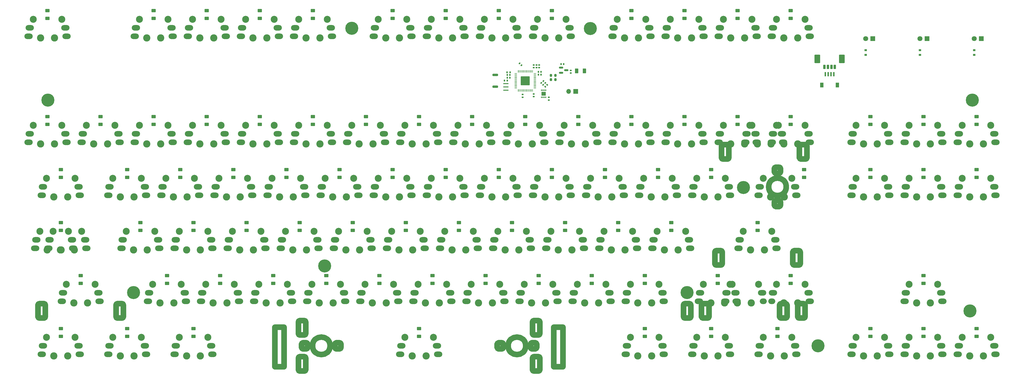
<source format=gbr>
%TF.GenerationSoftware,KiCad,Pcbnew,8.0.4*%
%TF.CreationDate,2024-08-25T19:59:21+07:00*%
%TF.ProjectId,NCR80 ALPS SKFL,4e435238-3020-4414-9c50-5320534b464c,rev?*%
%TF.SameCoordinates,Original*%
%TF.FileFunction,Soldermask,Bot*%
%TF.FilePolarity,Negative*%
%FSLAX46Y46*%
G04 Gerber Fmt 4.6, Leading zero omitted, Abs format (unit mm)*
G04 Created by KiCad (PCBNEW 8.0.4) date 2024-08-25 19:59:21*
%MOMM*%
%LPD*%
G01*
G04 APERTURE LIST*
G04 Aperture macros list*
%AMRoundRect*
0 Rectangle with rounded corners*
0 $1 Rounding radius*
0 $2 $3 $4 $5 $6 $7 $8 $9 X,Y pos of 4 corners*
0 Add a 4 corners polygon primitive as box body*
4,1,4,$2,$3,$4,$5,$6,$7,$8,$9,$2,$3,0*
0 Add four circle primitives for the rounded corners*
1,1,$1+$1,$2,$3*
1,1,$1+$1,$4,$5*
1,1,$1+$1,$6,$7*
1,1,$1+$1,$8,$9*
0 Add four rect primitives between the rounded corners*
20,1,$1+$1,$2,$3,$4,$5,0*
20,1,$1+$1,$4,$5,$6,$7,0*
20,1,$1+$1,$6,$7,$8,$9,0*
20,1,$1+$1,$8,$9,$2,$3,0*%
G04 Aperture macros list end*
%ADD10C,2.000000*%
%ADD11O,3.000000X2.000000*%
%ADD12C,2.500000*%
%ADD13C,2.600000*%
%ADD14C,4.700000*%
%ADD15R,1.800000X1.800000*%
%ADD16C,1.800000*%
%ADD17O,2.500000X2.000000*%
%ADD18RoundRect,0.140000X0.140000X0.170000X-0.140000X0.170000X-0.140000X-0.170000X0.140000X-0.170000X0*%
%ADD19RoundRect,0.240000X-0.560000X0.360000X-0.560000X-0.360000X0.560000X-0.360000X0.560000X0.360000X0*%
%ADD20R,0.950000X0.800000*%
%ADD21RoundRect,0.140000X-0.219203X-0.021213X-0.021213X-0.219203X0.219203X0.021213X0.021213X0.219203X0*%
%ADD22RoundRect,0.050000X0.050000X-0.387500X0.050000X0.387500X-0.050000X0.387500X-0.050000X-0.387500X0*%
%ADD23RoundRect,0.050000X0.387500X-0.050000X0.387500X0.050000X-0.387500X0.050000X-0.387500X-0.050000X0*%
%ADD24RoundRect,0.144000X1.456000X-1.456000X1.456000X1.456000X-1.456000X1.456000X-1.456000X-1.456000X0*%
%ADD25RoundRect,0.250000X0.375000X0.625000X-0.375000X0.625000X-0.375000X-0.625000X0.375000X-0.625000X0*%
%ADD26RoundRect,0.200000X0.800000X-0.200000X0.800000X0.200000X-0.800000X0.200000X-0.800000X-0.200000X0*%
%ADD27RoundRect,0.140000X0.170000X-0.140000X0.170000X0.140000X-0.170000X0.140000X-0.170000X-0.140000X0*%
%ADD28RoundRect,0.140000X0.219203X0.021213X0.021213X0.219203X-0.219203X-0.021213X-0.021213X-0.219203X0*%
%ADD29RoundRect,0.200000X-0.200000X-0.600000X0.200000X-0.600000X0.200000X0.600000X-0.200000X0.600000X0*%
%ADD30RoundRect,0.250001X-0.799999X-1.249999X0.799999X-1.249999X0.799999X1.249999X-0.799999X1.249999X0*%
%ADD31RoundRect,0.087500X0.087500X-0.175000X0.087500X0.175000X-0.087500X0.175000X-0.087500X-0.175000X0*%
%ADD32R,1.600000X1.400000*%
%ADD33R,1.700000X1.700000*%
%ADD34O,1.700000X1.700000*%
%ADD35RoundRect,0.140000X-0.170000X0.140000X-0.170000X-0.140000X0.170000X-0.140000X0.170000X0.140000X0*%
%ADD36RoundRect,0.150000X-0.587500X-0.150000X0.587500X-0.150000X0.587500X0.150000X-0.587500X0.150000X0*%
%ADD37RoundRect,0.135000X0.185000X-0.135000X0.185000X0.135000X-0.185000X0.135000X-0.185000X-0.135000X0*%
%ADD38RoundRect,0.140000X-0.140000X-0.170000X0.140000X-0.170000X0.140000X0.170000X-0.140000X0.170000X0*%
%ADD39RoundRect,0.135000X-0.135000X-0.185000X0.135000X-0.185000X0.135000X0.185000X-0.135000X0.185000X0*%
%ADD40RoundRect,0.200000X0.200000X0.275000X-0.200000X0.275000X-0.200000X-0.275000X0.200000X-0.275000X0*%
%ADD41R,1.200000X1.800000*%
%ADD42R,0.600000X1.550000*%
%ADD43R,1.900000X0.400000*%
%ADD44RoundRect,0.140000X-0.021213X0.219203X-0.219203X0.021213X0.021213X-0.219203X0.219203X-0.021213X0*%
G04 APERTURE END LIST*
D10*
X194075100Y-134450121D02*
X192875100Y-134450121D01*
X253746250Y-118675000D02*
G75*
G02*
X254246250Y-118174950I500050J0D01*
G01*
X282246400Y-123385000D02*
X283916250Y-123385000D01*
X249416250Y-123385000D02*
X247746300Y-123385000D01*
X110724900Y-134449705D02*
G75*
G02*
X110224895Y-133949700I0J500005D01*
G01*
X259008900Y-104335000D02*
G75*
G02*
X258508750Y-103841900I0J500200D01*
G01*
X289178750Y-103835000D02*
X289178750Y-99618029D01*
X263060000Y-61025000D02*
G75*
G02*
X263560000Y-61525000I0J-500000D01*
G01*
X43621250Y-122877900D02*
X43621250Y-118675000D01*
X109064893Y-141934700D02*
X109064893Y-137724700D01*
X190649893Y-133350121D02*
G75*
G02*
X184349893Y-133350121I-3150000J0D01*
G01*
X184349893Y-133350121D02*
G75*
G02*
X190649893Y-133350121I3150000J0D01*
G01*
X204049997Y-140883521D02*
X204049997Y-126684221D01*
X283916100Y-118175000D02*
G75*
G02*
X284416249Y-118668029I0J-500200D01*
G01*
X288890000Y-61525000D02*
G75*
G02*
X289390000Y-61025000I500000J0D01*
G01*
X258508750Y-99625000D02*
G75*
G02*
X259008750Y-99124950I500050J0D01*
G01*
X109564900Y-129474705D02*
G75*
G02*
X109064895Y-128974700I0J500005D01*
G01*
X180924900Y-134449705D02*
X182124893Y-134449705D01*
X279887084Y-81575000D02*
X279887084Y-82775000D01*
X18291250Y-122885030D02*
G75*
G02*
X17791280Y-123384950I-499950J30D01*
G01*
X46291250Y-122885000D02*
G75*
G02*
X45791250Y-123385050I-500050J0D01*
G01*
X182624893Y-133949700D02*
G75*
G02*
X182124893Y-134449693I-499993J0D01*
G01*
X259008900Y-104335000D02*
X260678750Y-104335000D01*
X16121250Y-123385000D02*
G75*
G02*
X15621300Y-122885000I50J500000D01*
G01*
X289390000Y-61025000D02*
X291060000Y-61025000D01*
X289390000Y-66235000D02*
G75*
G02*
X288890000Y-65735000I0J500000D01*
G01*
X288890000Y-65735000D02*
X288890000Y-61525000D01*
X282246400Y-123385000D02*
G75*
G02*
X281746250Y-122891900I0J500200D01*
G01*
X260890000Y-61525000D02*
X260890000Y-65735000D01*
X193065107Y-137724700D02*
G75*
G02*
X193565100Y-137224707I499993J0D01*
G01*
X291560000Y-61525000D02*
X291560000Y-65735000D01*
X17791280Y-123385000D02*
X16121250Y-123385000D01*
X290916250Y-122885000D02*
G75*
G02*
X290416250Y-123385050I-500050J0D01*
G01*
X291060000Y-61025000D02*
G75*
G02*
X291560000Y-61525000I0J-500000D01*
G01*
X180924900Y-134449705D02*
G75*
G02*
X180424895Y-133949700I0J500005D01*
G01*
X110724900Y-134449705D02*
X111924893Y-134449705D01*
X111924900Y-132249705D02*
G75*
G02*
X112424895Y-132749700I0J-499995D01*
G01*
X254246300Y-123385000D02*
X255916250Y-123385000D01*
X253746250Y-118675000D02*
X253746250Y-122891900D01*
X282087084Y-82775000D02*
G75*
G02*
X281587084Y-83274984I-499984J0D01*
G01*
X280387500Y-69124800D02*
X280387500Y-69124786D01*
X288246250Y-118675000D02*
X288246250Y-122891900D01*
X111734893Y-137724700D02*
X111734893Y-141934700D01*
X103947997Y-140883521D02*
X100647997Y-140883521D01*
X15621250Y-122885000D02*
X15621250Y-118675000D01*
X280387100Y-83275000D02*
G75*
G02*
X279887100Y-82775000I0J500000D01*
G01*
X195735107Y-141934700D02*
G75*
G02*
X195235100Y-142434707I-500007J0D01*
G01*
X110224893Y-132749700D02*
G75*
G02*
X110721436Y-132249705I500007J0D01*
G01*
X111234893Y-142434705D02*
X109564900Y-142434705D01*
X291560000Y-65735000D02*
G75*
G02*
X291060000Y-66235000I-500000J0D01*
G01*
X280387500Y-71324786D02*
X281591105Y-71324786D01*
X281587500Y-69124786D02*
G75*
G02*
X282087500Y-69621059I0J-500014D01*
G01*
X200749997Y-126684221D02*
X200749997Y-140883521D01*
X288746400Y-123385000D02*
X290416250Y-123385000D01*
X120450107Y-133350121D02*
G75*
G02*
X114150107Y-133350121I-3150000J0D01*
G01*
X114150107Y-133350121D02*
G75*
G02*
X120450107Y-133350121I3150000J0D01*
G01*
X109568216Y-137224705D02*
X111234900Y-137224705D01*
X192878841Y-132250121D02*
X194075100Y-132250121D01*
X260678700Y-99125000D02*
X259008750Y-99125000D01*
X261178750Y-103835000D02*
X261178750Y-99618029D01*
X193566600Y-129474205D02*
G75*
G02*
X193066606Y-128977516I0J500005D01*
G01*
X192375107Y-133944904D02*
X192375107Y-132750100D01*
X290416100Y-118175000D02*
X288746250Y-118175000D01*
X123875100Y-134450107D02*
X123875100Y-134450121D01*
X263060000Y-61025000D02*
X261390000Y-61025000D01*
X289178750Y-103835000D02*
G75*
G02*
X288678750Y-104335050I-500050J0D01*
G01*
X195236600Y-124264205D02*
G75*
G02*
X195736595Y-124764205I0J-499995D01*
G01*
X123875100Y-132250121D02*
G75*
G02*
X124375079Y-132750121I0J-499979D01*
G01*
X291060000Y-66235000D02*
X289390000Y-66235000D01*
X282087084Y-82775000D02*
X282087084Y-81571001D01*
X109064893Y-124764700D02*
G75*
G02*
X109561436Y-124264705I500007J0D01*
G01*
X279887100Y-82775000D02*
X279887084Y-82775000D01*
X279887500Y-69624800D02*
X279887500Y-70824786D01*
X109564900Y-142434705D02*
G75*
G02*
X109064895Y-141934700I0J500005D01*
G01*
X192375107Y-132750100D02*
G75*
G02*
X192878841Y-132250121I499993J0D01*
G01*
X111234900Y-124264705D02*
G75*
G02*
X111734895Y-124764700I0J-499995D01*
G01*
X284416250Y-122885000D02*
G75*
G02*
X283916250Y-123385050I-500050J0D01*
G01*
X281746250Y-118675000D02*
G75*
G02*
X282246250Y-118174950I500050J0D01*
G01*
X204049997Y-126684221D02*
X200749997Y-126684221D01*
X261390000Y-66235000D02*
X263060000Y-66235000D01*
X290916250Y-122885000D02*
X290916250Y-118668029D01*
X249416100Y-118175000D02*
G75*
G02*
X249916251Y-118682171I0J-500200D01*
G01*
X283916100Y-118175000D02*
X282246250Y-118175000D01*
X193065107Y-137724700D02*
X193065107Y-141938016D01*
X194075100Y-132250121D02*
G75*
G02*
X194575079Y-132750121I0J-499979D01*
G01*
X111734893Y-128974700D02*
X111734893Y-124764700D01*
X195236600Y-124264205D02*
X193566600Y-124264205D01*
X258508750Y-99625000D02*
X258508750Y-103841900D01*
X110224893Y-132749700D02*
X110224893Y-133949700D01*
X15621250Y-118675000D02*
G75*
G02*
X16121250Y-118174950I500050J0D01*
G01*
X44121300Y-123385000D02*
G75*
G02*
X43621248Y-122877900I100J500200D01*
G01*
X122175107Y-132750100D02*
G75*
G02*
X122671359Y-132250121I499993J0D01*
G01*
X122175107Y-132750100D02*
X122175107Y-133955296D01*
X261390000Y-66235000D02*
G75*
G02*
X260890000Y-65735000I0J500000D01*
G01*
X256416250Y-122885000D02*
X256416250Y-118668029D01*
X280387500Y-71324786D02*
G75*
G02*
X279887514Y-70824786I0J499986D01*
G01*
X200749997Y-140883521D02*
X204049997Y-140883521D01*
X282087500Y-70824800D02*
G75*
G02*
X281591105Y-71324787I-500000J0D01*
G01*
X290416100Y-118175000D02*
G75*
G02*
X290916249Y-118668029I0J-500200D01*
G01*
X111234900Y-137224705D02*
G75*
G02*
X111734895Y-137724700I0J-499995D01*
G01*
X182624893Y-133949700D02*
X182624893Y-132749700D01*
X46291250Y-118682171D02*
X46291250Y-122885000D01*
X263560000Y-65735000D02*
G75*
G02*
X263060000Y-66235000I-500000J0D01*
G01*
X192875100Y-134450121D02*
G75*
G02*
X192375106Y-133944904I0J500021D01*
G01*
X255916200Y-118175000D02*
X254246250Y-118175000D01*
X263560000Y-65735000D02*
X263560000Y-61525000D01*
X194575107Y-132750121D02*
X194575107Y-133950100D01*
X18291250Y-118682171D02*
X18291250Y-122885030D01*
X111924900Y-132249705D02*
X110721436Y-132249705D01*
X195735107Y-141934700D02*
X195735107Y-137724705D01*
X17791200Y-118175000D02*
G75*
G02*
X18291251Y-118682171I-100J-500200D01*
G01*
X16121250Y-118175000D02*
X17791200Y-118175000D01*
X112424893Y-133949700D02*
X112424893Y-132749700D01*
X111734893Y-128974700D02*
G75*
G02*
X111234893Y-129474693I-499993J0D01*
G01*
X112424893Y-133949700D02*
G75*
G02*
X111924893Y-134449693I-499993J0D01*
G01*
X279887084Y-81575000D02*
G75*
G02*
X280383100Y-81075000I500016J0D01*
G01*
X261178750Y-103835000D02*
G75*
G02*
X260678750Y-104335050I-500050J0D01*
G01*
X195736607Y-128974200D02*
X195736607Y-124764205D01*
X280387100Y-83275000D02*
X281587084Y-83275000D01*
X124375107Y-133950100D02*
G75*
G02*
X123875100Y-134450107I-500007J0D01*
G01*
X287008900Y-104335000D02*
G75*
G02*
X286508750Y-103841900I0J500200D01*
G01*
X281746250Y-118675000D02*
X281746250Y-122891900D01*
X254246300Y-123385000D02*
G75*
G02*
X253746250Y-122891900I100J500200D01*
G01*
X193566600Y-129474205D02*
X195236600Y-129474205D01*
X286508750Y-99625000D02*
G75*
G02*
X287008750Y-99124950I500050J0D01*
G01*
X247246250Y-118675000D02*
G75*
G02*
X247746250Y-118174950I500050J0D01*
G01*
X195235100Y-137224705D02*
G75*
G02*
X195735095Y-137724705I0J-499995D01*
G01*
X195736607Y-128974200D02*
G75*
G02*
X195236600Y-129474207I-500007J0D01*
G01*
X122675100Y-134450121D02*
X123875100Y-134450121D01*
X249916250Y-122885000D02*
G75*
G02*
X249416250Y-123385050I-500050J0D01*
G01*
X100647997Y-126684221D02*
X103947997Y-126684221D01*
X288246250Y-118675000D02*
G75*
G02*
X288746250Y-118174950I500050J0D01*
G01*
X260678700Y-99125000D02*
G75*
G02*
X261178749Y-99618029I-100J-500200D01*
G01*
X255916200Y-118175000D02*
G75*
G02*
X256416249Y-118668029I-100J-500200D01*
G01*
X284416250Y-122885000D02*
X284416250Y-118668029D01*
X260890000Y-61525000D02*
G75*
G02*
X261390000Y-61025000I500000J0D01*
G01*
X288678600Y-99125000D02*
X287008750Y-99125000D01*
X45791250Y-123385000D02*
X44121300Y-123385000D01*
X288678600Y-99125000D02*
G75*
G02*
X289178749Y-99618029I0J-500200D01*
G01*
X282087500Y-70824800D02*
X282087500Y-69621059D01*
X256416250Y-122885000D02*
G75*
G02*
X255916250Y-123385050I-500050J0D01*
G01*
X103947997Y-126684221D02*
X103947997Y-140883521D01*
X193565100Y-142434705D02*
G75*
G02*
X193065106Y-141938016I0J500005D01*
G01*
X44121250Y-118175000D02*
X45791200Y-118175000D01*
X284137500Y-76200000D02*
G75*
G02*
X277837500Y-76200000I-3150000J0D01*
G01*
X277837500Y-76200000D02*
G75*
G02*
X284137500Y-76200000I3150000J0D01*
G01*
X193066607Y-124764200D02*
X193066607Y-128977516D01*
X123875100Y-132250121D02*
X122671359Y-132250121D01*
X247746250Y-118175000D02*
X249416100Y-118175000D01*
X247746300Y-123385000D02*
G75*
G02*
X247246248Y-122877900I100J500200D01*
G01*
X247246250Y-122877900D02*
X247246250Y-118675000D01*
X281587100Y-81075000D02*
G75*
G02*
X282087084Y-81571001I0J-500000D01*
G01*
X180424893Y-132749700D02*
X180424893Y-133949700D01*
X193565100Y-142434705D02*
X195235100Y-142434705D01*
X249916250Y-118682171D02*
X249916250Y-122885000D01*
X111234900Y-124264705D02*
X109561436Y-124264705D01*
X100647997Y-140883521D02*
X100647997Y-126684221D01*
X286508750Y-99625000D02*
X286508750Y-103841900D01*
X281587100Y-81075000D02*
X280383100Y-81075000D01*
X180424893Y-132749700D02*
G75*
G02*
X180921584Y-132249704I500007J0D01*
G01*
X111734893Y-141934700D02*
G75*
G02*
X111234893Y-142434693I-499993J0D01*
G01*
X109064893Y-137724700D02*
G75*
G02*
X109568216Y-137224704I500007J0D01*
G01*
X182124900Y-132249705D02*
X180921584Y-132249705D01*
X122675100Y-134450121D02*
G75*
G02*
X122175106Y-133955296I0J500021D01*
G01*
X281587500Y-69124786D02*
X280387500Y-69124786D01*
X109064893Y-124764700D02*
X109064893Y-128974700D01*
X287008900Y-104335000D02*
X288678750Y-104335000D01*
X288746400Y-123385000D02*
G75*
G02*
X288246250Y-122891900I0J500200D01*
G01*
X124375107Y-133950100D02*
X124375107Y-132750121D01*
X182124900Y-132249705D02*
G75*
G02*
X182624895Y-132749700I0J-499995D01*
G01*
X193066607Y-124764200D02*
G75*
G02*
X193566600Y-124264207I499993J0D01*
G01*
X194075100Y-134450107D02*
X194075100Y-134450121D01*
X279887500Y-69624800D02*
G75*
G02*
X280387500Y-69124800I500000J0D01*
G01*
X195235100Y-137224705D02*
X193565100Y-137224705D01*
X109564900Y-129474705D02*
X111234893Y-129474705D01*
X194575107Y-133950100D02*
G75*
G02*
X194075100Y-134450107I-500007J0D01*
G01*
X43621250Y-118675000D02*
G75*
G02*
X44121250Y-118174950I500050J0D01*
G01*
X45791200Y-118175000D02*
G75*
G02*
X46291251Y-118682171I-100J-500200D01*
G01*
D11*
%TO.C,MX47*%
X307945000Y-76200000D03*
D12*
X309200000Y-73150000D03*
X319450000Y-73150000D03*
D11*
X320705000Y-76200000D03*
X307525000Y-79250000D03*
D13*
X311845000Y-79850000D03*
X316805000Y-79850000D03*
D11*
X321125000Y-79250000D03*
%TD*%
%TO.C,MX56*%
X141257500Y-95250000D03*
D12*
X142512500Y-92200000D03*
X152762500Y-92200000D03*
D11*
X154017500Y-95250000D03*
X140837500Y-98300000D03*
D13*
X145157500Y-98900000D03*
X150117500Y-98900000D03*
D11*
X154437500Y-98300000D03*
%TD*%
%TO.C,MX82*%
X17432500Y-133350000D03*
D12*
X18687500Y-130300000D03*
X28937500Y-130300000D03*
D11*
X30192500Y-133350000D03*
X17012500Y-136400000D03*
D13*
X21332500Y-137000000D03*
X26292500Y-137000000D03*
D11*
X30612500Y-136400000D03*
%TD*%
D14*
%TO.C,REF\u002A\u002A*%
X295549000Y-133367496D03*
%TD*%
D11*
%TO.C,MX30*%
X346045000Y-57150000D03*
D12*
X347300000Y-54100000D03*
X357550000Y-54100000D03*
D11*
X358805000Y-57150000D03*
X345625000Y-60200000D03*
D13*
X349945000Y-60800000D03*
X354905000Y-60800000D03*
D11*
X359225000Y-60200000D03*
%TD*%
%TO.C,MX42*%
X193645000Y-76200000D03*
D12*
X194900000Y-73150000D03*
X205150000Y-73150000D03*
D11*
X206405000Y-76200000D03*
X193225000Y-79250000D03*
D13*
X197545000Y-79850000D03*
X202505000Y-79850000D03*
D11*
X206825000Y-79250000D03*
%TD*%
%TO.C,MX31*%
X269845000Y-57150000D03*
D12*
X271100000Y-54100000D03*
X281350000Y-54100000D03*
D11*
X282605000Y-57150000D03*
X269425000Y-60200000D03*
D13*
X273745000Y-60800000D03*
X278705000Y-60800000D03*
D11*
X283025000Y-60200000D03*
%TD*%
%TO.C,MX90*%
X250795000Y-133350000D03*
D12*
X252050000Y-130300000D03*
X262300000Y-130300000D03*
D11*
X263555000Y-133350000D03*
X250375000Y-136400000D03*
D13*
X254695000Y-137000000D03*
X259655000Y-137000000D03*
D11*
X263975000Y-136400000D03*
%TD*%
D15*
%TO.C,D71*%
X334643001Y-22915552D03*
D16*
X332103001Y-22915552D03*
%TD*%
D11*
%TO.C,MX34*%
X41245000Y-76200000D03*
D12*
X42500000Y-73150000D03*
X52750000Y-73150000D03*
D11*
X54005000Y-76200000D03*
X40825000Y-79250000D03*
D13*
X45145000Y-79850000D03*
X50105000Y-79850000D03*
D11*
X54425000Y-79250000D03*
%TD*%
%TO.C,MX79*%
X253176250Y-114300000D03*
D12*
X254431250Y-111250000D03*
X264681250Y-111250000D03*
D11*
X265936250Y-114300000D03*
X252756250Y-117350000D03*
D13*
X257076250Y-117950000D03*
X262036250Y-117950000D03*
D11*
X266356250Y-117350000D03*
%TD*%
D14*
%TO.C,REF\u002A\u002A*%
X49899001Y-114217493D03*
%TD*%
D11*
%TO.C,MX9*%
X193645000Y-19050000D03*
D12*
X194900000Y-16000000D03*
X205150000Y-16000000D03*
D11*
X206405000Y-19050000D03*
X193225000Y-22100000D03*
D13*
X197545000Y-22700000D03*
X202505000Y-22700000D03*
D11*
X206825000Y-22100000D03*
%TD*%
%TO.C,MX39*%
X136495000Y-76200000D03*
D12*
X137750000Y-73150000D03*
X148000000Y-73150000D03*
D11*
X149255000Y-76200000D03*
X136075000Y-79250000D03*
D13*
X140395000Y-79850000D03*
X145355000Y-79850000D03*
D11*
X149675000Y-79250000D03*
%TD*%
%TO.C,MX28*%
X307945000Y-57150000D03*
D12*
X309200000Y-54100000D03*
X319450000Y-54100000D03*
D11*
X320705000Y-57150000D03*
X307525000Y-60200000D03*
D13*
X311845000Y-60800000D03*
X316805000Y-60800000D03*
D11*
X321125000Y-60200000D03*
%TD*%
%TO.C,MX43*%
X212695000Y-76200000D03*
D12*
X213950000Y-73150000D03*
X224200000Y-73150000D03*
D11*
X225455000Y-76200000D03*
X212275000Y-79250000D03*
D13*
X216595000Y-79850000D03*
X221555000Y-79850000D03*
D11*
X225875000Y-79250000D03*
%TD*%
%TO.C,MX57*%
X160307500Y-95250000D03*
D12*
X161562500Y-92200000D03*
X171812500Y-92200000D03*
D11*
X173067500Y-95250000D03*
X159887500Y-98300000D03*
D13*
X164207500Y-98900000D03*
X169167500Y-98900000D03*
D11*
X173487500Y-98300000D03*
%TD*%
%TO.C,MX36*%
X79345000Y-76200000D03*
D12*
X80600000Y-73150000D03*
X90850000Y-73150000D03*
D11*
X92105000Y-76200000D03*
X78925000Y-79250000D03*
D13*
X83245000Y-79850000D03*
X88205000Y-79850000D03*
D11*
X92525000Y-79250000D03*
%TD*%
%TO.C,MX55*%
X122207500Y-95250000D03*
D12*
X123462500Y-92200000D03*
X133712500Y-92200000D03*
D11*
X134967500Y-95250000D03*
X121787500Y-98300000D03*
D13*
X126107500Y-98900000D03*
X131067500Y-98900000D03*
D11*
X135387500Y-98300000D03*
%TD*%
%TO.C,MX20*%
X107920000Y-57150000D03*
D12*
X109175000Y-54100000D03*
X119425000Y-54100000D03*
D11*
X120680000Y-57150000D03*
X107500000Y-60200000D03*
D13*
X111820000Y-60800000D03*
X116780000Y-60800000D03*
D11*
X121100000Y-60200000D03*
%TD*%
%TO.C,MX53*%
X84107500Y-95250000D03*
D12*
X85362500Y-92200000D03*
X95612500Y-92200000D03*
D11*
X96867500Y-95250000D03*
X83687500Y-98300000D03*
D13*
X88007500Y-98900000D03*
X92967500Y-98900000D03*
D11*
X97287500Y-98300000D03*
%TD*%
%TO.C,MX77*%
X226982500Y-114300000D03*
D12*
X228237500Y-111250000D03*
X238487500Y-111250000D03*
D11*
X239742500Y-114300000D03*
X226562500Y-117350000D03*
D13*
X230882500Y-117950000D03*
X235842500Y-117950000D03*
D11*
X240162500Y-117350000D03*
%TD*%
%TO.C,MX4*%
X88870000Y-19050000D03*
D12*
X90125000Y-16000000D03*
X100375000Y-16000000D03*
D11*
X101630000Y-19050000D03*
X88450000Y-22100000D03*
D13*
X92770000Y-22700000D03*
X97730000Y-22700000D03*
D11*
X102050000Y-22100000D03*
%TD*%
%TO.C,MX48*%
X326995000Y-76200000D03*
D12*
X328250000Y-73150000D03*
X338500000Y-73150000D03*
D11*
X339755000Y-76200000D03*
X326575000Y-79250000D03*
D13*
X330895000Y-79850000D03*
X335855000Y-79850000D03*
D11*
X340175000Y-79250000D03*
%TD*%
%TO.C,MX23*%
X165070000Y-57150000D03*
D12*
X166325000Y-54100000D03*
X176575000Y-54100000D03*
D11*
X177830000Y-57150000D03*
X164650000Y-60200000D03*
D13*
X168970000Y-60800000D03*
X173930000Y-60800000D03*
D11*
X178250000Y-60200000D03*
%TD*%
%TO.C,MX38*%
X117445000Y-76200000D03*
D12*
X118700000Y-73150000D03*
X128950000Y-73150000D03*
D11*
X130205000Y-76200000D03*
X117025000Y-79250000D03*
D13*
X121345000Y-79850000D03*
X126305000Y-79850000D03*
D11*
X130625000Y-79250000D03*
%TD*%
%TO.C,MX75*%
X188882500Y-114300000D03*
D12*
X190137500Y-111250000D03*
X200387500Y-111250000D03*
D11*
X201642500Y-114300000D03*
X188462500Y-117350000D03*
D13*
X192782500Y-117950000D03*
X197742500Y-117950000D03*
D11*
X202062500Y-117350000D03*
%TD*%
%TO.C,MX35*%
X60295000Y-76200000D03*
D12*
X61550000Y-73150000D03*
X71800000Y-73150000D03*
D11*
X73055000Y-76200000D03*
X59875000Y-79250000D03*
D13*
X64195000Y-79850000D03*
X69155000Y-79850000D03*
D11*
X73475000Y-79250000D03*
%TD*%
%TO.C,MX54*%
X103157500Y-95250000D03*
D12*
X104412500Y-92200000D03*
X114662500Y-92200000D03*
D11*
X115917500Y-95250000D03*
X102737500Y-98300000D03*
D13*
X107057500Y-98900000D03*
X112017500Y-98900000D03*
D11*
X116337500Y-98300000D03*
%TD*%
%TO.C,MX91*%
X274607500Y-133350000D03*
D12*
X275862500Y-130300000D03*
X286112500Y-130300000D03*
D11*
X287367500Y-133350000D03*
X274187500Y-136400000D03*
D13*
X278507500Y-137000000D03*
X283467500Y-137000000D03*
D11*
X287787500Y-136400000D03*
%TD*%
%TO.C,MX37*%
X98395000Y-76200000D03*
D12*
X99650000Y-73150000D03*
X109900000Y-73150000D03*
D11*
X111155000Y-76200000D03*
X97975000Y-79250000D03*
D13*
X102295000Y-79850000D03*
X107255000Y-79850000D03*
D11*
X111575000Y-79250000D03*
%TD*%
D14*
%TO.C,REF\u002A\u002A*%
X19224000Y-44992493D03*
%TD*%
D11*
%TO.C,MX99*%
X146020000Y-133350000D03*
D12*
X147275000Y-130300000D03*
X157525000Y-130300000D03*
D11*
X158780000Y-133350000D03*
X145600000Y-136400000D03*
D13*
X149920000Y-137000000D03*
X154880000Y-137000000D03*
D11*
X159200000Y-136400000D03*
%TD*%
%TO.C,MX1*%
X12670000Y-19050000D03*
D12*
X13925000Y-16000000D03*
X24175000Y-16000000D03*
D11*
X25430000Y-19050000D03*
X12250000Y-22100000D03*
D13*
X16570000Y-22700000D03*
X21530000Y-22700000D03*
D11*
X25850000Y-22100000D03*
%TD*%
%TO.C,MX83*%
X41245000Y-133350000D03*
D12*
X42500000Y-130300000D03*
X52750000Y-130300000D03*
D11*
X54005000Y-133350000D03*
X40825000Y-136400000D03*
D13*
X45145000Y-137000000D03*
X50105000Y-137000000D03*
D11*
X54425000Y-136400000D03*
%TD*%
%TO.C,MX14*%
X260320000Y-57150000D03*
D12*
X261575000Y-54100000D03*
X271825000Y-54100000D03*
D11*
X273080000Y-57150000D03*
X259900000Y-60200000D03*
D13*
X264220000Y-60800000D03*
X269180000Y-60800000D03*
D11*
X273500000Y-60200000D03*
%TD*%
%TO.C,MX52*%
X65057500Y-95250000D03*
D12*
X66312500Y-92200000D03*
X76562500Y-92200000D03*
D11*
X77817500Y-95250000D03*
X64637500Y-98300000D03*
D13*
X68957500Y-98900000D03*
X73917500Y-98900000D03*
D11*
X78237500Y-98300000D03*
%TD*%
%TO.C,MX29*%
X326995000Y-57150000D03*
D12*
X328250000Y-54100000D03*
X338500000Y-54100000D03*
D11*
X339755000Y-57150000D03*
X326575000Y-60200000D03*
D13*
X330895000Y-60800000D03*
X335855000Y-60800000D03*
D11*
X340175000Y-60200000D03*
%TD*%
%TO.C,MX15*%
X12670000Y-57150000D03*
D12*
X13925000Y-54100000D03*
X24175000Y-54100000D03*
D11*
X25430000Y-57150000D03*
X12250000Y-60200000D03*
D13*
X16570000Y-60800000D03*
X21530000Y-60800000D03*
D11*
X25850000Y-60200000D03*
%TD*%
%TO.C,MX40*%
X155545000Y-76200000D03*
D12*
X156800000Y-73150000D03*
X167050000Y-73150000D03*
D11*
X168305000Y-76200000D03*
X155125000Y-79250000D03*
D13*
X159445000Y-79850000D03*
X164405000Y-79850000D03*
D11*
X168725000Y-79250000D03*
%TD*%
%TO.C,MX50*%
X15051250Y-95250000D03*
D12*
X16306250Y-92200000D03*
X26556250Y-92200000D03*
D11*
X27811250Y-95250000D03*
D13*
X18951250Y-98900000D03*
D11*
X28231250Y-98300000D03*
X14631250Y-98300000D03*
D13*
X23911250Y-98900000D03*
%TD*%
D14*
%TO.C,REF\u002A\u002A*%
X350874000Y-44992493D03*
%TD*%
%TO.C,REF\u002A\u002A*%
X350049000Y-120791989D03*
%TD*%
D11*
%TO.C,MX6*%
X136495000Y-19050000D03*
D12*
X137750000Y-16000000D03*
X148000000Y-16000000D03*
D11*
X149255000Y-19050000D03*
X136075000Y-22100000D03*
D13*
X140395000Y-22700000D03*
X145355000Y-22700000D03*
D11*
X149675000Y-22100000D03*
%TD*%
D14*
%TO.C,REF\u002A\u002A*%
X248584714Y-114217493D03*
%TD*%
D11*
%TO.C,MX72*%
X131732500Y-114300000D03*
D12*
X132987500Y-111250000D03*
X143237500Y-111250000D03*
D11*
X144492500Y-114300000D03*
X131312500Y-117350000D03*
D13*
X135632500Y-117950000D03*
X140592500Y-117950000D03*
D11*
X144912500Y-117350000D03*
%TD*%
%TO.C,MX18*%
X69820000Y-57150000D03*
D12*
X71075000Y-54100000D03*
X81325000Y-54100000D03*
D11*
X82580000Y-57150000D03*
X69400000Y-60200000D03*
D13*
X73720000Y-60800000D03*
X78680000Y-60800000D03*
D11*
X83000000Y-60200000D03*
%TD*%
%TO.C,MX25*%
X203170000Y-57150000D03*
D12*
X204425000Y-54100000D03*
X214675000Y-54100000D03*
D11*
X215930000Y-57150000D03*
X202750000Y-60200000D03*
D13*
X207070000Y-60800000D03*
X212030000Y-60800000D03*
D11*
X216350000Y-60200000D03*
%TD*%
%TO.C,MX3*%
X69820000Y-19050000D03*
D12*
X71075000Y-16000000D03*
X81325000Y-16000000D03*
D11*
X82580000Y-19050000D03*
X69400000Y-22100000D03*
D13*
X73720000Y-22700000D03*
X78680000Y-22700000D03*
D11*
X83000000Y-22100000D03*
%TD*%
D14*
%TO.C,REF\u002A\u002A*%
X128268687Y-19193441D03*
%TD*%
D11*
%TO.C,MX71*%
X112682500Y-114300000D03*
D12*
X113937500Y-111250000D03*
X124187500Y-111250000D03*
D11*
X125442500Y-114300000D03*
X112262500Y-117350000D03*
D13*
X116582500Y-117950000D03*
X121542500Y-117950000D03*
D11*
X125862500Y-117350000D03*
%TD*%
%TO.C,MX61*%
X236507500Y-95250000D03*
D12*
X237762500Y-92200000D03*
X248012500Y-92200000D03*
D11*
X249267500Y-95250000D03*
X236087500Y-98300000D03*
D13*
X240407500Y-98900000D03*
X245367500Y-98900000D03*
D11*
X249687500Y-98300000D03*
%TD*%
%TO.C,MX7*%
X155545000Y-19050000D03*
D12*
X156800000Y-16000000D03*
X167050000Y-16000000D03*
D11*
X168305000Y-19050000D03*
X155125000Y-22100000D03*
D13*
X159445000Y-22700000D03*
X164405000Y-22700000D03*
D11*
X168725000Y-22100000D03*
%TD*%
%TO.C,MX10*%
X222220000Y-19050000D03*
D12*
X223475000Y-16000000D03*
X233725000Y-16000000D03*
D11*
X234980000Y-19050000D03*
X221800000Y-22100000D03*
D13*
X226120000Y-22700000D03*
X231080000Y-22700000D03*
D11*
X235400000Y-22100000D03*
%TD*%
D15*
%TO.C,D81*%
X354141001Y-22915552D03*
D16*
X351601001Y-22915552D03*
%TD*%
D11*
%TO.C,MX8*%
X174595000Y-19050000D03*
D12*
X175850000Y-16000000D03*
X186100000Y-16000000D03*
D11*
X187355000Y-19050000D03*
X174175000Y-22100000D03*
D13*
X178495000Y-22700000D03*
X183455000Y-22700000D03*
D11*
X187775000Y-22100000D03*
%TD*%
%TO.C,MX2*%
X50770000Y-19050000D03*
D12*
X52025000Y-16000000D03*
X62275000Y-16000000D03*
D11*
X63530000Y-19050000D03*
X50350000Y-22100000D03*
D13*
X54670000Y-22700000D03*
X59630000Y-22700000D03*
D11*
X63950000Y-22100000D03*
%TD*%
%TO.C,MX19*%
X88870000Y-57150000D03*
D12*
X90125000Y-54100000D03*
X100375000Y-54100000D03*
D11*
X101630000Y-57150000D03*
X88450000Y-60200000D03*
D13*
X92770000Y-60800000D03*
X97730000Y-60800000D03*
D11*
X102050000Y-60200000D03*
%TD*%
%TO.C,MX65*%
X24576250Y-114300000D03*
D12*
X25831250Y-111250000D03*
X36081250Y-111250000D03*
D11*
X37336250Y-114300000D03*
X24156250Y-117350000D03*
D13*
X28476250Y-117950000D03*
X33436250Y-117950000D03*
D11*
X37756250Y-117350000D03*
%TD*%
%TO.C,MX12*%
X260320000Y-19050000D03*
D12*
X261575000Y-16000000D03*
X271825000Y-16000000D03*
D11*
X273080000Y-19050000D03*
X259900000Y-22100000D03*
D13*
X264220000Y-22700000D03*
X269180000Y-22700000D03*
D11*
X273500000Y-22100000D03*
%TD*%
%TO.C,MX45*%
X250795000Y-76200000D03*
D12*
X252050000Y-73150000D03*
X262300000Y-73150000D03*
D11*
X263555000Y-76200000D03*
X250375000Y-79250000D03*
D13*
X254695000Y-79850000D03*
X259655000Y-79850000D03*
D11*
X263975000Y-79250000D03*
%TD*%
%TO.C,MX26*%
X222220000Y-57150000D03*
D12*
X223475000Y-54100000D03*
X233725000Y-54100000D03*
D11*
X234980000Y-57150000D03*
X221800000Y-60200000D03*
D13*
X226120000Y-60800000D03*
X231080000Y-60800000D03*
D11*
X235400000Y-60200000D03*
%TD*%
%TO.C,MX11*%
X241270000Y-19050000D03*
D12*
X242525000Y-16000000D03*
X252775000Y-16000000D03*
D11*
X254030000Y-19050000D03*
X240850000Y-22100000D03*
D13*
X245170000Y-22700000D03*
X250130000Y-22700000D03*
D11*
X254450000Y-22100000D03*
%TD*%
%TO.C,MX44*%
X231745000Y-76200000D03*
D12*
X233000000Y-73150000D03*
X243250000Y-73150000D03*
D11*
X244505000Y-76200000D03*
X231325000Y-79250000D03*
D13*
X235645000Y-79850000D03*
X240605000Y-79850000D03*
D11*
X244925000Y-79250000D03*
%TD*%
%TO.C,MX107*%
X346045000Y-133350000D03*
D12*
X347300000Y-130300000D03*
X357550000Y-130300000D03*
D11*
X358805000Y-133350000D03*
X345625000Y-136400000D03*
D13*
X349945000Y-137000000D03*
X354905000Y-137000000D03*
D11*
X359225000Y-136400000D03*
%TD*%
%TO.C,MX62*%
X267463750Y-95250000D03*
D12*
X268718750Y-92200000D03*
X278968750Y-92200000D03*
D11*
X280223750Y-95250000D03*
X267043750Y-98300000D03*
D13*
X271363750Y-98900000D03*
X276323750Y-98900000D03*
D11*
X280643750Y-98300000D03*
%TD*%
%TO.C,MX24*%
X184120000Y-57150000D03*
D12*
X185375000Y-54100000D03*
X195625000Y-54100000D03*
D11*
X196880000Y-57150000D03*
X183700000Y-60200000D03*
D13*
X188020000Y-60800000D03*
X192980000Y-60800000D03*
D11*
X197300000Y-60200000D03*
%TD*%
%TO.C,MX76*%
X207932500Y-114300000D03*
D12*
X209187500Y-111250000D03*
X219437500Y-111250000D03*
D11*
X220692500Y-114300000D03*
X207512500Y-117350000D03*
D13*
X211832500Y-117950000D03*
X216792500Y-117950000D03*
D11*
X221112500Y-117350000D03*
%TD*%
%TO.C,MX17*%
X50770000Y-57150000D03*
D12*
X52025000Y-54100000D03*
X62275000Y-54100000D03*
D11*
X63530000Y-57150000D03*
X50350000Y-60200000D03*
D13*
X54670000Y-60800000D03*
X59630000Y-60800000D03*
D11*
X63950000Y-60200000D03*
%TD*%
%TO.C,MX49*%
X346045000Y-76200000D03*
D12*
X347300000Y-73150000D03*
X357550000Y-73150000D03*
D11*
X358805000Y-76200000D03*
X345625000Y-79250000D03*
D13*
X349945000Y-79850000D03*
X354905000Y-79850000D03*
D11*
X359225000Y-79250000D03*
%TD*%
%TO.C,MX59*%
X198407500Y-95250000D03*
D12*
X199662500Y-92200000D03*
X209912500Y-92200000D03*
D11*
X211167500Y-95250000D03*
X197987500Y-98300000D03*
D13*
X202307500Y-98900000D03*
X207267500Y-98900000D03*
D11*
X211587500Y-98300000D03*
%TD*%
D14*
%TO.C,REF\u002A\u002A*%
X268823999Y-76417495D03*
%TD*%
D15*
%TO.C,D55*%
X315152001Y-22915552D03*
D16*
X312612001Y-22915552D03*
%TD*%
D14*
%TO.C,REF\u002A\u002A*%
X213818686Y-19268440D03*
%TD*%
D11*
%TO.C,MX81*%
X326995000Y-114300000D03*
D12*
X328250000Y-111250000D03*
X338500000Y-111250000D03*
D11*
X339755000Y-114300000D03*
X326575000Y-117350000D03*
D13*
X330895000Y-117950000D03*
X335855000Y-117950000D03*
D11*
X340175000Y-117350000D03*
%TD*%
%TO.C,MX21*%
X126970000Y-57150000D03*
D12*
X128225000Y-54100000D03*
X138475000Y-54100000D03*
D11*
X139730000Y-57150000D03*
X126550000Y-60200000D03*
D13*
X130870000Y-60800000D03*
X135830000Y-60800000D03*
D11*
X140150000Y-60200000D03*
%TD*%
%TO.C,MX74*%
X169832500Y-114300000D03*
D12*
X171087500Y-111250000D03*
X181337500Y-111250000D03*
D11*
X182592500Y-114300000D03*
X169412500Y-117350000D03*
D13*
X173732500Y-117950000D03*
X178692500Y-117950000D03*
D11*
X183012500Y-117350000D03*
%TD*%
%TO.C,MX13*%
X279370000Y-19050000D03*
D12*
X280625000Y-16000000D03*
X290875000Y-16000000D03*
D11*
X292130000Y-19050000D03*
X278950000Y-22100000D03*
D13*
X283270000Y-22700000D03*
X288230000Y-22700000D03*
D11*
X292550000Y-22100000D03*
%TD*%
%TO.C,MX78*%
X262701250Y-114300000D03*
D12*
X263956250Y-111250000D03*
X274206250Y-111250000D03*
D11*
X275461250Y-114300000D03*
X262281250Y-117350000D03*
D13*
X266601250Y-117950000D03*
X271561250Y-117950000D03*
D17*
X275881250Y-117350000D03*
%TD*%
D11*
%TO.C,MX51*%
X46007500Y-95250000D03*
D12*
X47262500Y-92200000D03*
X57512500Y-92200000D03*
D11*
X58767500Y-95250000D03*
X45587500Y-98300000D03*
D13*
X49907500Y-98900000D03*
X54867500Y-98900000D03*
D11*
X59187500Y-98300000D03*
%TD*%
%TO.C,MX105*%
X307945000Y-133350000D03*
D12*
X309200000Y-130300000D03*
X319450000Y-130300000D03*
D11*
X320705000Y-133350000D03*
X307525000Y-136400000D03*
D13*
X311845000Y-137000000D03*
X316805000Y-137000000D03*
D11*
X321125000Y-136400000D03*
%TD*%
%TO.C,MX69*%
X74582500Y-114300000D03*
D12*
X75837500Y-111250000D03*
X86087500Y-111250000D03*
D11*
X87342500Y-114300000D03*
X74162500Y-117350000D03*
D13*
X78482500Y-117950000D03*
X83442500Y-117950000D03*
D11*
X87762500Y-117350000D03*
%TD*%
D14*
%TO.C,REF\u002A\u002A*%
X118499001Y-104617495D03*
%TD*%
D11*
%TO.C,MX84*%
X65057500Y-133350000D03*
D12*
X66312500Y-130300000D03*
X76562500Y-130300000D03*
D11*
X77817500Y-133350000D03*
X64637500Y-136400000D03*
D13*
X68957500Y-137000000D03*
X73917500Y-137000000D03*
D11*
X78237500Y-136400000D03*
%TD*%
%TO.C,MX58*%
X179357500Y-95250000D03*
D12*
X180612500Y-92200000D03*
X190862500Y-92200000D03*
D11*
X192117500Y-95250000D03*
X178937500Y-98300000D03*
D13*
X183257500Y-98900000D03*
X188217500Y-98900000D03*
D11*
X192537500Y-98300000D03*
%TD*%
%TO.C,MX22*%
X146020000Y-57150000D03*
D12*
X147275000Y-54100000D03*
X157525000Y-54100000D03*
D11*
X158780000Y-57150000D03*
X145600000Y-60200000D03*
D13*
X149920000Y-60800000D03*
X154880000Y-60800000D03*
D11*
X159200000Y-60200000D03*
%TD*%
%TO.C,MX32*%
X279370000Y-57150000D03*
D12*
X280625000Y-54100000D03*
X290875000Y-54100000D03*
D11*
X292130000Y-57150000D03*
X278950000Y-60200000D03*
D13*
X283270000Y-60800000D03*
X288230000Y-60800000D03*
D11*
X292550000Y-60200000D03*
%TD*%
%TO.C,MX60*%
X217457500Y-95250000D03*
D12*
X218712500Y-92200000D03*
X228962500Y-92200000D03*
D11*
X230217500Y-95250000D03*
X217037500Y-98300000D03*
D13*
X221357500Y-98900000D03*
X226317500Y-98900000D03*
D11*
X230637500Y-98300000D03*
%TD*%
%TO.C,MX27*%
X241270000Y-57150000D03*
D12*
X242525000Y-54100000D03*
X252775000Y-54100000D03*
D11*
X254030000Y-57150000D03*
X240850000Y-60200000D03*
D13*
X245170000Y-60800000D03*
X250130000Y-60800000D03*
D11*
X254450000Y-60200000D03*
%TD*%
%TO.C,MX33*%
X17432500Y-76200000D03*
D12*
X18687500Y-73150000D03*
X28937500Y-73150000D03*
D11*
X30192500Y-76200000D03*
X17012500Y-79250000D03*
D13*
X21332500Y-79850000D03*
X26292500Y-79850000D03*
D11*
X30612500Y-79250000D03*
%TD*%
%TO.C,MX68*%
X55532500Y-114300000D03*
D12*
X56787500Y-111250000D03*
X67037500Y-111250000D03*
D11*
X68292500Y-114300000D03*
X55112500Y-117350000D03*
D13*
X59432500Y-117950000D03*
X64392500Y-117950000D03*
D11*
X68712500Y-117350000D03*
%TD*%
%TO.C,MX80*%
X279370000Y-114300000D03*
D12*
X280625000Y-111250000D03*
X290875000Y-111250000D03*
D11*
X292130000Y-114300000D03*
D17*
X278950000Y-117350000D03*
D13*
X283270000Y-117950000D03*
X288230000Y-117950000D03*
D11*
X292550000Y-117350000D03*
%TD*%
%TO.C,MX70*%
X93632500Y-114300000D03*
D12*
X94887500Y-111250000D03*
X105137500Y-111250000D03*
D11*
X106392500Y-114300000D03*
X93212500Y-117350000D03*
D13*
X97532500Y-117950000D03*
X102492500Y-117950000D03*
D11*
X106812500Y-117350000D03*
%TD*%
%TO.C,MX46*%
X274607500Y-76200000D03*
D12*
X275862500Y-73150000D03*
X286112500Y-73150000D03*
D11*
X287367500Y-76200000D03*
X274187500Y-79250000D03*
D13*
X278507500Y-79850000D03*
X283467500Y-79850000D03*
D11*
X287787500Y-79250000D03*
%TD*%
%TO.C,MX89*%
X226982500Y-133350000D03*
D12*
X228237500Y-130300000D03*
X238487500Y-130300000D03*
D11*
X239742500Y-133350000D03*
X226562500Y-136400000D03*
D13*
X230882500Y-137000000D03*
X235842500Y-137000000D03*
D11*
X240162500Y-136400000D03*
%TD*%
%TO.C,MX41*%
X174595000Y-76200000D03*
D12*
X175850000Y-73150000D03*
X186100000Y-73150000D03*
D11*
X187355000Y-76200000D03*
X174175000Y-79250000D03*
D13*
X178495000Y-79850000D03*
X183455000Y-79850000D03*
D11*
X187775000Y-79250000D03*
%TD*%
%TO.C,MX63*%
X19813750Y-95250000D03*
D12*
X21068750Y-92200000D03*
X31318750Y-92200000D03*
D11*
X32573750Y-95250000D03*
X19393750Y-98300000D03*
D13*
X28673750Y-98900000D03*
X23713750Y-98900000D03*
D11*
X32993750Y-98300000D03*
%TD*%
%TO.C,MX16*%
X31720000Y-57150000D03*
D12*
X32975000Y-54100000D03*
X43225000Y-54100000D03*
D11*
X44480000Y-57150000D03*
X31300000Y-60200000D03*
D13*
X35620000Y-60800000D03*
X40580000Y-60800000D03*
D11*
X44900000Y-60200000D03*
%TD*%
%TO.C,MX5*%
X107920000Y-19050000D03*
D12*
X109175000Y-16000000D03*
X119425000Y-16000000D03*
D11*
X120680000Y-19050000D03*
X107500000Y-22100000D03*
D13*
X111820000Y-22700000D03*
X116780000Y-22700000D03*
D11*
X121100000Y-22100000D03*
%TD*%
%TO.C,MX73*%
X150782500Y-114300000D03*
D12*
X152037500Y-111250000D03*
X162287500Y-111250000D03*
D11*
X163542500Y-114300000D03*
X150362500Y-117350000D03*
D13*
X154682500Y-117950000D03*
X159642500Y-117950000D03*
D11*
X163962500Y-117350000D03*
%TD*%
%TO.C,MX106*%
X326995000Y-133350000D03*
D12*
X328250000Y-130300000D03*
X338500000Y-130300000D03*
D11*
X339755000Y-133350000D03*
X326575000Y-136400000D03*
D13*
X330895000Y-137000000D03*
X335855000Y-137000000D03*
D11*
X340175000Y-136400000D03*
%TD*%
D18*
%TO.C,C13*%
X184980000Y-37000000D03*
X184020000Y-37000000D03*
%TD*%
D19*
%TO.C,D25*%
X114300000Y-50987500D03*
X114300000Y-53787500D03*
%TD*%
D20*
%TO.C,R2*%
X332103001Y-27090552D03*
X332103001Y-28740552D03*
%TD*%
D19*
%TO.C,D11*%
X180975000Y-12887500D03*
X180975000Y-15687500D03*
%TD*%
%TO.C,D90*%
X314325000Y-127187500D03*
X314325000Y-129987500D03*
%TD*%
%TO.C,D84*%
X47625000Y-127187500D03*
X47625000Y-129987500D03*
%TD*%
%TO.C,D89*%
X280987500Y-127187500D03*
X280987500Y-129987500D03*
%TD*%
D21*
%TO.C,C7*%
X196960589Y-38160589D03*
X197639411Y-38839411D03*
%TD*%
D19*
%TO.C,D52*%
X147637500Y-89087500D03*
X147637500Y-91887500D03*
%TD*%
%TO.C,D49*%
X23812500Y-89087500D03*
X23812500Y-91887500D03*
%TD*%
%TO.C,D13*%
X266700000Y-12887500D03*
X266700000Y-15687500D03*
%TD*%
%TO.C,D19*%
X171450000Y-50987500D03*
X171450000Y-53787500D03*
%TD*%
%TO.C,D34*%
X104775000Y-70037500D03*
X104775000Y-72837500D03*
%TD*%
D22*
%TO.C,U2*%
X193100000Y-41537500D03*
X192700000Y-41537500D03*
X192300000Y-41537500D03*
X191900000Y-41537500D03*
X191500000Y-41537500D03*
X191100000Y-41537500D03*
X190700000Y-41537500D03*
X190300000Y-41537500D03*
X189900000Y-41537500D03*
X189500000Y-41537500D03*
X189100000Y-41537500D03*
X188700000Y-41537500D03*
X188300000Y-41537500D03*
X187900000Y-41537500D03*
D23*
X187062500Y-40700000D03*
X187062500Y-40300000D03*
X187062500Y-39900000D03*
X187062500Y-39500000D03*
X187062500Y-39100000D03*
X187062500Y-38700000D03*
X187062500Y-38300000D03*
X187062500Y-37900000D03*
X187062500Y-37500000D03*
X187062500Y-37100000D03*
X187062500Y-36700000D03*
X187062500Y-36300000D03*
X187062500Y-35900000D03*
X187062500Y-35500000D03*
D22*
X187900000Y-34662500D03*
X188300000Y-34662500D03*
X188700000Y-34662500D03*
X189100000Y-34662500D03*
X189500000Y-34662500D03*
X189900000Y-34662500D03*
X190300000Y-34662500D03*
X190700000Y-34662500D03*
X191100000Y-34662500D03*
X191500000Y-34662500D03*
X191900000Y-34662500D03*
X192300000Y-34662500D03*
X192700000Y-34662500D03*
X193100000Y-34662500D03*
D23*
X193937500Y-35500000D03*
X193937500Y-35900000D03*
X193937500Y-36300000D03*
X193937500Y-36700000D03*
X193937500Y-37100000D03*
X193937500Y-37500000D03*
X193937500Y-37900000D03*
X193937500Y-38300000D03*
X193937500Y-38700000D03*
X193937500Y-39100000D03*
X193937500Y-39500000D03*
X193937500Y-39900000D03*
X193937500Y-40300000D03*
X193937500Y-40700000D03*
D24*
X190500000Y-38100000D03*
%TD*%
D19*
%TO.C,D15*%
X19050000Y-50987500D03*
X19050000Y-53787500D03*
%TD*%
%TO.C,D3*%
X114300000Y-12887500D03*
X114300000Y-15687500D03*
%TD*%
%TO.C,D7*%
X285750000Y-12887500D03*
X285750000Y-15687500D03*
%TD*%
%TO.C,D59*%
X166687500Y-89087500D03*
X166687500Y-91887500D03*
%TD*%
D25*
%TO.C,F1*%
X211700000Y-34500000D03*
X208900000Y-34500000D03*
%TD*%
D19*
%TO.C,D80*%
X152400000Y-127187500D03*
X152400000Y-129987500D03*
%TD*%
%TO.C,D6*%
X247650000Y-12887500D03*
X247650000Y-15687500D03*
%TD*%
%TO.C,D26*%
X152400000Y-50987500D03*
X152400000Y-53787500D03*
%TD*%
%TO.C,D16*%
X57150000Y-50987500D03*
X57150000Y-53787500D03*
%TD*%
%TO.C,D27*%
X190500000Y-50987500D03*
X190500000Y-53787500D03*
%TD*%
%TO.C,D17*%
X95250000Y-50987500D03*
X95250000Y-53787500D03*
%TD*%
D26*
%TO.C,SW2*%
X179700000Y-40200000D03*
X179700000Y-36000000D03*
%TD*%
D19*
%TO.C,D12*%
X228600000Y-12887500D03*
X228600000Y-15687500D03*
%TD*%
%TO.C,D66*%
X138112500Y-108137500D03*
X138112500Y-110937500D03*
%TD*%
%TO.C,D35*%
X142875000Y-70037500D03*
X142875000Y-72837500D03*
%TD*%
D27*
%TO.C,C5*%
X195500000Y-33380000D03*
X195500000Y-32420000D03*
%TD*%
D28*
%TO.C,C11*%
X189139411Y-32539411D03*
X188460589Y-31860589D03*
%TD*%
D19*
%TO.C,D78*%
X23812500Y-127187500D03*
X23812500Y-129987500D03*
%TD*%
%TO.C,D51*%
X109537500Y-89087500D03*
X109537500Y-91887500D03*
%TD*%
%TO.C,D57*%
X90487500Y-89087500D03*
X90487500Y-91887500D03*
%TD*%
%TO.C,D21*%
X247650000Y-50987500D03*
X247650000Y-53787500D03*
%TD*%
%TO.C,D9*%
X95250000Y-12887500D03*
X95250000Y-15687500D03*
%TD*%
%TO.C,D50*%
X71437500Y-89087500D03*
X71437500Y-91887500D03*
%TD*%
D29*
%TO.C,J3*%
X297829001Y-33087802D03*
X299079001Y-33087802D03*
X300329001Y-33087802D03*
X301579001Y-33087802D03*
D30*
X295279001Y-30187802D03*
X304129001Y-30187802D03*
%TD*%
D31*
%TO.C,U1*%
X197850000Y-44018750D03*
X197350000Y-44018750D03*
X196850000Y-44018750D03*
X196350000Y-44018750D03*
X196350000Y-41443750D03*
X196850000Y-41443750D03*
X197350000Y-41443750D03*
X197850000Y-41443750D03*
D32*
X197100000Y-42731250D03*
%TD*%
D19*
%TO.C,D30*%
X314325000Y-50987500D03*
X314325000Y-53787500D03*
%TD*%
%TO.C,D36*%
X180975000Y-70037500D03*
X180975000Y-72837500D03*
%TD*%
D33*
%TO.C,SW1*%
X208550000Y-41906250D03*
D34*
X206010000Y-41906250D03*
%TD*%
D19*
%TO.C,D1*%
X19050000Y-12887500D03*
X19050000Y-15687500D03*
%TD*%
%TO.C,D2*%
X76200000Y-12887500D03*
X76200000Y-15687500D03*
%TD*%
D35*
%TO.C,C10*%
X193500000Y-42820000D03*
X193500000Y-43780000D03*
%TD*%
D21*
%TO.C,C3*%
X196260589Y-38860589D03*
X196939411Y-39539411D03*
%TD*%
D36*
%TO.C,U3*%
X203362500Y-35250000D03*
X203362500Y-33350000D03*
X205237500Y-34300000D03*
%TD*%
D19*
%TO.C,D29*%
X285750000Y-50987500D03*
X285750000Y-53787500D03*
%TD*%
%TO.C,D46*%
X290512500Y-70037500D03*
X290512500Y-72837500D03*
%TD*%
%TO.C,D22*%
X333375000Y-50987500D03*
X333375000Y-53787500D03*
%TD*%
%TO.C,D58*%
X128587500Y-89087500D03*
X128587500Y-91887500D03*
%TD*%
D27*
%TO.C,C9*%
X193500000Y-33380000D03*
X193500000Y-32420000D03*
%TD*%
D19*
%TO.C,D62*%
X273843750Y-89087500D03*
X273843750Y-91887500D03*
%TD*%
%TO.C,D43*%
X161925000Y-70037500D03*
X161925000Y-72837500D03*
%TD*%
%TO.C,D56*%
X52387500Y-89087500D03*
X52387500Y-91887500D03*
%TD*%
%TO.C,D47*%
X314325000Y-70037500D03*
X314325000Y-72837500D03*
%TD*%
D35*
%TO.C,C12*%
X189500000Y-43020000D03*
X189500000Y-43980000D03*
%TD*%
D19*
%TO.C,D63*%
X30956250Y-108137500D03*
X30956250Y-110937500D03*
%TD*%
D37*
%TO.C,R4*%
X198900000Y-45041250D03*
X198900000Y-44021250D03*
%TD*%
D19*
%TO.C,D44*%
X200025000Y-70037500D03*
X200025000Y-72837500D03*
%TD*%
D18*
%TO.C,C4*%
X184980000Y-36000000D03*
X184020000Y-36000000D03*
%TD*%
D19*
%TO.C,D68*%
X214312500Y-108137500D03*
X214312500Y-110937500D03*
%TD*%
%TO.C,D18*%
X133350000Y-50987500D03*
X133350000Y-53787500D03*
%TD*%
%TO.C,D79*%
X71437500Y-127187500D03*
X71437500Y-129987500D03*
%TD*%
%TO.C,D69*%
X259556250Y-108137500D03*
X259556250Y-110937500D03*
%TD*%
%TO.C,D70*%
X333375000Y-108137500D03*
X333375000Y-110937500D03*
%TD*%
%TO.C,D32*%
X23812500Y-70037500D03*
X23812500Y-72837500D03*
%TD*%
%TO.C,D54*%
X223837500Y-89087500D03*
X223837500Y-91887500D03*
%TD*%
%TO.C,D82*%
X257175000Y-127187500D03*
X257175000Y-129987500D03*
%TD*%
%TO.C,D61*%
X242887500Y-89087500D03*
X242887500Y-91887500D03*
%TD*%
%TO.C,D53*%
X185737500Y-89087500D03*
X185737500Y-91887500D03*
%TD*%
%TO.C,D45*%
X238125000Y-70037500D03*
X238125000Y-72837500D03*
%TD*%
%TO.C,D37*%
X219075000Y-70037500D03*
X219075000Y-72837500D03*
%TD*%
%TO.C,D39*%
X333375000Y-70037500D03*
X333375000Y-72837500D03*
%TD*%
D38*
%TO.C,C6*%
X195220000Y-34900000D03*
X196180000Y-34900000D03*
%TD*%
D19*
%TO.C,D83*%
X333375000Y-127187500D03*
X333375000Y-129987500D03*
%TD*%
%TO.C,D77*%
X285750000Y-108137500D03*
X285750000Y-110937500D03*
%TD*%
%TO.C,D72*%
X80962500Y-108137500D03*
X80962500Y-110937500D03*
%TD*%
D20*
%TO.C,R3*%
X351601001Y-27090552D03*
X351601001Y-28740552D03*
%TD*%
D27*
%TO.C,C8*%
X194500000Y-33380000D03*
X194500000Y-32420000D03*
%TD*%
D18*
%TO.C,C15*%
X204280000Y-32100000D03*
X203320000Y-32100000D03*
%TD*%
D19*
%TO.C,D14*%
X266700000Y-50987500D03*
X266700000Y-53787500D03*
%TD*%
D20*
%TO.C,R1*%
X312612001Y-27090552D03*
X312612001Y-28740552D03*
%TD*%
D19*
%TO.C,D67*%
X176212500Y-108137500D03*
X176212500Y-110937500D03*
%TD*%
%TO.C,D23*%
X38100000Y-50987500D03*
X38100000Y-53787500D03*
%TD*%
D27*
%TO.C,C14*%
X206800000Y-35280000D03*
X206800000Y-34320000D03*
%TD*%
D39*
%TO.C,R9*%
X182990000Y-38000000D03*
X184010000Y-38000000D03*
%TD*%
D19*
%TO.C,D24*%
X76200000Y-50987500D03*
X76200000Y-53787500D03*
%TD*%
%TO.C,D31*%
X352425000Y-50987500D03*
X352425000Y-53787500D03*
%TD*%
%TO.C,D10*%
X142875000Y-12887500D03*
X142875000Y-15687500D03*
%TD*%
%TO.C,D5*%
X200025000Y-12887500D03*
X200025000Y-15687500D03*
%TD*%
%TO.C,D65*%
X100012500Y-108137500D03*
X100012500Y-110937500D03*
%TD*%
D38*
%TO.C,C2*%
X195220000Y-35900000D03*
X196180000Y-35900000D03*
%TD*%
D19*
%TO.C,D20*%
X209550000Y-50987500D03*
X209550000Y-53787500D03*
%TD*%
%TO.C,D91*%
X352425000Y-127187500D03*
X352425000Y-129987500D03*
%TD*%
%TO.C,D73*%
X119062500Y-108137500D03*
X119062500Y-110937500D03*
%TD*%
%TO.C,D33*%
X66675000Y-70037500D03*
X66675000Y-72837500D03*
%TD*%
D39*
%TO.C,R5*%
X183990000Y-35000000D03*
X185010000Y-35000000D03*
%TD*%
D19*
%TO.C,D75*%
X195262500Y-108137500D03*
X195262500Y-110937500D03*
%TD*%
%TO.C,D88*%
X233362500Y-127187500D03*
X233362500Y-129987500D03*
%TD*%
D40*
%TO.C,R6*%
X201325000Y-37700000D03*
X199675000Y-37700000D03*
%TD*%
D41*
%TO.C,J1*%
X302504001Y-39581250D03*
X296904001Y-39581250D03*
D42*
X301204001Y-35706250D03*
X300204001Y-35706250D03*
X299204001Y-35706250D03*
X298204001Y-35706250D03*
%TD*%
D19*
%TO.C,D64*%
X61912500Y-108137500D03*
X61912500Y-110937500D03*
%TD*%
%TO.C,D4*%
X161925000Y-12887500D03*
X161925000Y-15687500D03*
%TD*%
%TO.C,D48*%
X352425000Y-70037500D03*
X352425000Y-72837500D03*
%TD*%
%TO.C,D60*%
X204787500Y-89087500D03*
X204787500Y-91887500D03*
%TD*%
%TO.C,D42*%
X123825000Y-70037500D03*
X123825000Y-72837500D03*
%TD*%
D40*
%TO.C,R7*%
X201325000Y-36100000D03*
X199675000Y-36100000D03*
%TD*%
D19*
%TO.C,D40*%
X47625000Y-70037500D03*
X47625000Y-72837500D03*
%TD*%
%TO.C,D38*%
X257175000Y-70037500D03*
X257175000Y-72837500D03*
%TD*%
D43*
%TO.C,Y1*%
X183500000Y-41500000D03*
X183500000Y-40300000D03*
X183500000Y-39100000D03*
%TD*%
D19*
%TO.C,D74*%
X157162500Y-108137500D03*
X157162500Y-110937500D03*
%TD*%
%TO.C,D76*%
X233362500Y-108137500D03*
X233362500Y-110937500D03*
%TD*%
%TO.C,D28*%
X228600000Y-50987500D03*
X228600000Y-53787500D03*
%TD*%
%TO.C,D8*%
X57150000Y-12887500D03*
X57150000Y-15687500D03*
%TD*%
%TO.C,D41*%
X85725000Y-70037500D03*
X85725000Y-72837500D03*
%TD*%
D44*
%TO.C,C1*%
X198339411Y-39560589D03*
X197660589Y-40239411D03*
%TD*%
M02*

</source>
